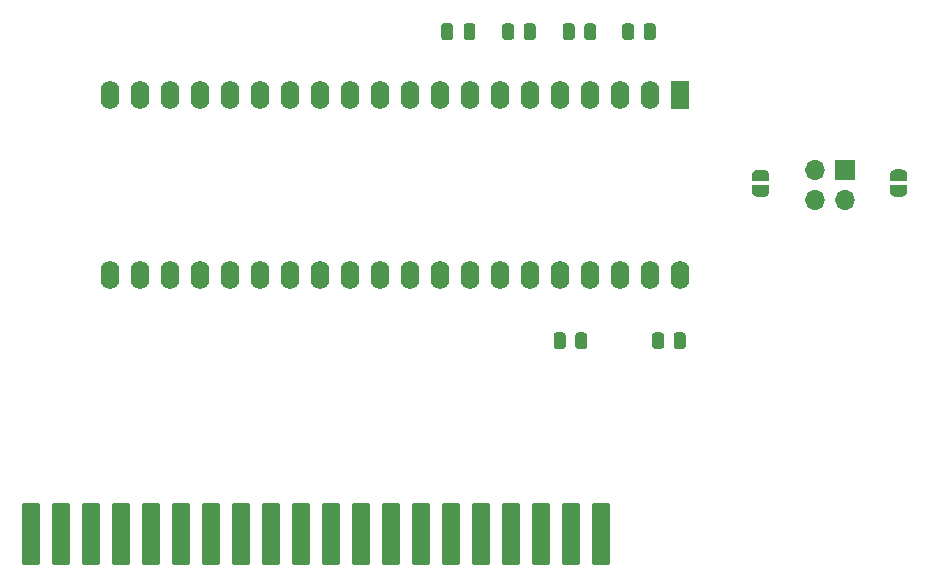
<source format=gbr>
G04 #@! TF.GenerationSoftware,KiCad,Pcbnew,(5.1.9-0-10_14)*
G04 #@! TF.CreationDate,2021-04-09T13:00:34-05:00*
G04 #@! TF.ProjectId,CPU Card,43505520-4361-4726-942e-6b696361645f,v1.0*
G04 #@! TF.SameCoordinates,Original*
G04 #@! TF.FileFunction,Soldermask,Top*
G04 #@! TF.FilePolarity,Negative*
%FSLAX46Y46*%
G04 Gerber Fmt 4.6, Leading zero omitted, Abs format (unit mm)*
G04 Created by KiCad (PCBNEW (5.1.9-0-10_14)) date 2021-04-09 13:00:34*
%MOMM*%
%LPD*%
G01*
G04 APERTURE LIST*
%ADD10R,1.600000X2.400000*%
%ADD11O,1.600000X2.400000*%
%ADD12R,1.700000X1.700000*%
%ADD13O,1.700000X1.700000*%
%ADD14C,0.100000*%
G04 APERTURE END LIST*
G36*
G01*
X152895000Y-86901000D02*
X152895000Y-87851000D01*
G75*
G02*
X152645000Y-88101000I-250000J0D01*
G01*
X152145000Y-88101000D01*
G75*
G02*
X151895000Y-87851000I0J250000D01*
G01*
X151895000Y-86901000D01*
G75*
G02*
X152145000Y-86651000I250000J0D01*
G01*
X152645000Y-86651000D01*
G75*
G02*
X152895000Y-86901000I0J-250000D01*
G01*
G37*
G36*
G01*
X150995000Y-86901000D02*
X150995000Y-87851000D01*
G75*
G02*
X150745000Y-88101000I-250000J0D01*
G01*
X150245000Y-88101000D01*
G75*
G02*
X149995000Y-87851000I0J250000D01*
G01*
X149995000Y-86901000D01*
G75*
G02*
X150245000Y-86651000I250000J0D01*
G01*
X150745000Y-86651000D01*
G75*
G02*
X150995000Y-86901000I0J-250000D01*
G01*
G37*
G36*
G01*
X115885000Y-132541600D02*
X114615000Y-132541600D01*
G75*
G02*
X114513400Y-132440000I0J101600D01*
G01*
X114513400Y-127360000D01*
G75*
G02*
X114615000Y-127258400I101600J0D01*
G01*
X115885000Y-127258400D01*
G75*
G02*
X115986600Y-127360000I0J-101600D01*
G01*
X115986600Y-132440000D01*
G75*
G02*
X115885000Y-132541600I-101600J0D01*
G01*
G37*
G36*
G01*
X118425000Y-132541600D02*
X117155000Y-132541600D01*
G75*
G02*
X117053400Y-132440000I0J101600D01*
G01*
X117053400Y-127360000D01*
G75*
G02*
X117155000Y-127258400I101600J0D01*
G01*
X118425000Y-127258400D01*
G75*
G02*
X118526600Y-127360000I0J-101600D01*
G01*
X118526600Y-132440000D01*
G75*
G02*
X118425000Y-132541600I-101600J0D01*
G01*
G37*
G36*
G01*
X120965000Y-132541600D02*
X119695000Y-132541600D01*
G75*
G02*
X119593400Y-132440000I0J101600D01*
G01*
X119593400Y-127360000D01*
G75*
G02*
X119695000Y-127258400I101600J0D01*
G01*
X120965000Y-127258400D01*
G75*
G02*
X121066600Y-127360000I0J-101600D01*
G01*
X121066600Y-132440000D01*
G75*
G02*
X120965000Y-132541600I-101600J0D01*
G01*
G37*
G36*
G01*
X123505000Y-132541600D02*
X122235000Y-132541600D01*
G75*
G02*
X122133400Y-132440000I0J101600D01*
G01*
X122133400Y-127360000D01*
G75*
G02*
X122235000Y-127258400I101600J0D01*
G01*
X123505000Y-127258400D01*
G75*
G02*
X123606600Y-127360000I0J-101600D01*
G01*
X123606600Y-132440000D01*
G75*
G02*
X123505000Y-132541600I-101600J0D01*
G01*
G37*
G36*
G01*
X126045000Y-132541600D02*
X124775000Y-132541600D01*
G75*
G02*
X124673400Y-132440000I0J101600D01*
G01*
X124673400Y-127360000D01*
G75*
G02*
X124775000Y-127258400I101600J0D01*
G01*
X126045000Y-127258400D01*
G75*
G02*
X126146600Y-127360000I0J-101600D01*
G01*
X126146600Y-132440000D01*
G75*
G02*
X126045000Y-132541600I-101600J0D01*
G01*
G37*
G36*
G01*
X128585000Y-132541600D02*
X127315000Y-132541600D01*
G75*
G02*
X127213400Y-132440000I0J101600D01*
G01*
X127213400Y-127360000D01*
G75*
G02*
X127315000Y-127258400I101600J0D01*
G01*
X128585000Y-127258400D01*
G75*
G02*
X128686600Y-127360000I0J-101600D01*
G01*
X128686600Y-132440000D01*
G75*
G02*
X128585000Y-132541600I-101600J0D01*
G01*
G37*
G36*
G01*
X131125000Y-132541600D02*
X129855000Y-132541600D01*
G75*
G02*
X129753400Y-132440000I0J101600D01*
G01*
X129753400Y-127360000D01*
G75*
G02*
X129855000Y-127258400I101600J0D01*
G01*
X131125000Y-127258400D01*
G75*
G02*
X131226600Y-127360000I0J-101600D01*
G01*
X131226600Y-132440000D01*
G75*
G02*
X131125000Y-132541600I-101600J0D01*
G01*
G37*
G36*
G01*
X133665000Y-132541600D02*
X132395000Y-132541600D01*
G75*
G02*
X132293400Y-132440000I0J101600D01*
G01*
X132293400Y-127360000D01*
G75*
G02*
X132395000Y-127258400I101600J0D01*
G01*
X133665000Y-127258400D01*
G75*
G02*
X133766600Y-127360000I0J-101600D01*
G01*
X133766600Y-132440000D01*
G75*
G02*
X133665000Y-132541600I-101600J0D01*
G01*
G37*
G36*
G01*
X136205000Y-132541600D02*
X134935000Y-132541600D01*
G75*
G02*
X134833400Y-132440000I0J101600D01*
G01*
X134833400Y-127360000D01*
G75*
G02*
X134935000Y-127258400I101600J0D01*
G01*
X136205000Y-127258400D01*
G75*
G02*
X136306600Y-127360000I0J-101600D01*
G01*
X136306600Y-132440000D01*
G75*
G02*
X136205000Y-132541600I-101600J0D01*
G01*
G37*
G36*
G01*
X138745000Y-132541600D02*
X137475000Y-132541600D01*
G75*
G02*
X137373400Y-132440000I0J101600D01*
G01*
X137373400Y-127360000D01*
G75*
G02*
X137475000Y-127258400I101600J0D01*
G01*
X138745000Y-127258400D01*
G75*
G02*
X138846600Y-127360000I0J-101600D01*
G01*
X138846600Y-132440000D01*
G75*
G02*
X138745000Y-132541600I-101600J0D01*
G01*
G37*
G36*
G01*
X141285000Y-132541600D02*
X140015000Y-132541600D01*
G75*
G02*
X139913400Y-132440000I0J101600D01*
G01*
X139913400Y-127360000D01*
G75*
G02*
X140015000Y-127258400I101600J0D01*
G01*
X141285000Y-127258400D01*
G75*
G02*
X141386600Y-127360000I0J-101600D01*
G01*
X141386600Y-132440000D01*
G75*
G02*
X141285000Y-132541600I-101600J0D01*
G01*
G37*
G36*
G01*
X143825000Y-132541600D02*
X142555000Y-132541600D01*
G75*
G02*
X142453400Y-132440000I0J101600D01*
G01*
X142453400Y-127360000D01*
G75*
G02*
X142555000Y-127258400I101600J0D01*
G01*
X143825000Y-127258400D01*
G75*
G02*
X143926600Y-127360000I0J-101600D01*
G01*
X143926600Y-132440000D01*
G75*
G02*
X143825000Y-132541600I-101600J0D01*
G01*
G37*
G36*
G01*
X146365000Y-132541600D02*
X145095000Y-132541600D01*
G75*
G02*
X144993400Y-132440000I0J101600D01*
G01*
X144993400Y-127360000D01*
G75*
G02*
X145095000Y-127258400I101600J0D01*
G01*
X146365000Y-127258400D01*
G75*
G02*
X146466600Y-127360000I0J-101600D01*
G01*
X146466600Y-132440000D01*
G75*
G02*
X146365000Y-132541600I-101600J0D01*
G01*
G37*
G36*
G01*
X148905000Y-132541600D02*
X147635000Y-132541600D01*
G75*
G02*
X147533400Y-132440000I0J101600D01*
G01*
X147533400Y-127360000D01*
G75*
G02*
X147635000Y-127258400I101600J0D01*
G01*
X148905000Y-127258400D01*
G75*
G02*
X149006600Y-127360000I0J-101600D01*
G01*
X149006600Y-132440000D01*
G75*
G02*
X148905000Y-132541600I-101600J0D01*
G01*
G37*
G36*
G01*
X151445000Y-132541600D02*
X150175000Y-132541600D01*
G75*
G02*
X150073400Y-132440000I0J101600D01*
G01*
X150073400Y-127360000D01*
G75*
G02*
X150175000Y-127258400I101600J0D01*
G01*
X151445000Y-127258400D01*
G75*
G02*
X151546600Y-127360000I0J-101600D01*
G01*
X151546600Y-132440000D01*
G75*
G02*
X151445000Y-132541600I-101600J0D01*
G01*
G37*
G36*
G01*
X153985000Y-132541600D02*
X152715000Y-132541600D01*
G75*
G02*
X152613400Y-132440000I0J101600D01*
G01*
X152613400Y-127360000D01*
G75*
G02*
X152715000Y-127258400I101600J0D01*
G01*
X153985000Y-127258400D01*
G75*
G02*
X154086600Y-127360000I0J-101600D01*
G01*
X154086600Y-132440000D01*
G75*
G02*
X153985000Y-132541600I-101600J0D01*
G01*
G37*
G36*
G01*
X156525000Y-132541600D02*
X155255000Y-132541600D01*
G75*
G02*
X155153400Y-132440000I0J101600D01*
G01*
X155153400Y-127360000D01*
G75*
G02*
X155255000Y-127258400I101600J0D01*
G01*
X156525000Y-127258400D01*
G75*
G02*
X156626600Y-127360000I0J-101600D01*
G01*
X156626600Y-132440000D01*
G75*
G02*
X156525000Y-132541600I-101600J0D01*
G01*
G37*
G36*
G01*
X159065000Y-132541600D02*
X157795000Y-132541600D01*
G75*
G02*
X157693400Y-132440000I0J101600D01*
G01*
X157693400Y-127360000D01*
G75*
G02*
X157795000Y-127258400I101600J0D01*
G01*
X159065000Y-127258400D01*
G75*
G02*
X159166600Y-127360000I0J-101600D01*
G01*
X159166600Y-132440000D01*
G75*
G02*
X159065000Y-132541600I-101600J0D01*
G01*
G37*
G36*
G01*
X161605000Y-132541600D02*
X160335000Y-132541600D01*
G75*
G02*
X160233400Y-132440000I0J101600D01*
G01*
X160233400Y-127360000D01*
G75*
G02*
X160335000Y-127258400I101600J0D01*
G01*
X161605000Y-127258400D01*
G75*
G02*
X161706600Y-127360000I0J-101600D01*
G01*
X161706600Y-132440000D01*
G75*
G02*
X161605000Y-132541600I-101600J0D01*
G01*
G37*
G36*
G01*
X164145000Y-132541600D02*
X162875000Y-132541600D01*
G75*
G02*
X162773400Y-132440000I0J101600D01*
G01*
X162773400Y-127360000D01*
G75*
G02*
X162875000Y-127258400I101600J0D01*
G01*
X164145000Y-127258400D01*
G75*
G02*
X164246600Y-127360000I0J-101600D01*
G01*
X164246600Y-132440000D01*
G75*
G02*
X164145000Y-132541600I-101600J0D01*
G01*
G37*
D10*
X170180000Y-92710000D03*
D11*
X121920000Y-107950000D03*
X167640000Y-92710000D03*
X124460000Y-107950000D03*
X165100000Y-92710000D03*
X127000000Y-107950000D03*
X162560000Y-92710000D03*
X129540000Y-107950000D03*
X160020000Y-92710000D03*
X132080000Y-107950000D03*
X157480000Y-92710000D03*
X134620000Y-107950000D03*
X154940000Y-92710000D03*
X137160000Y-107950000D03*
X152400000Y-92710000D03*
X139700000Y-107950000D03*
X149860000Y-92710000D03*
X142240000Y-107950000D03*
X147320000Y-92710000D03*
X144780000Y-107950000D03*
X144780000Y-92710000D03*
X147320000Y-107950000D03*
X142240000Y-92710000D03*
X149860000Y-107950000D03*
X139700000Y-92710000D03*
X152400000Y-107950000D03*
X137160000Y-92710000D03*
X154940000Y-107950000D03*
X134620000Y-92710000D03*
X157480000Y-107950000D03*
X132080000Y-92710000D03*
X160020000Y-107950000D03*
X129540000Y-92710000D03*
X162560000Y-107950000D03*
X127000000Y-92710000D03*
X165100000Y-107950000D03*
X124460000Y-92710000D03*
X167640000Y-107950000D03*
X121920000Y-92710000D03*
X170180000Y-107950000D03*
D12*
X184150000Y-99060000D03*
D13*
X184150000Y-101600000D03*
X181610000Y-99060000D03*
X181610000Y-101600000D03*
G36*
G01*
X170692500Y-113087999D02*
X170692500Y-113988001D01*
G75*
G02*
X170442501Y-114238000I-249999J0D01*
G01*
X169917499Y-114238000D01*
G75*
G02*
X169667500Y-113988001I0J249999D01*
G01*
X169667500Y-113087999D01*
G75*
G02*
X169917499Y-112838000I249999J0D01*
G01*
X170442501Y-112838000D01*
G75*
G02*
X170692500Y-113087999I0J-249999D01*
G01*
G37*
G36*
G01*
X168867500Y-113087999D02*
X168867500Y-113988001D01*
G75*
G02*
X168617501Y-114238000I-249999J0D01*
G01*
X168092499Y-114238000D01*
G75*
G02*
X167842500Y-113988001I0J249999D01*
G01*
X167842500Y-113087999D01*
G75*
G02*
X168092499Y-112838000I249999J0D01*
G01*
X168617501Y-112838000D01*
G75*
G02*
X168867500Y-113087999I0J-249999D01*
G01*
G37*
G36*
G01*
X166327500Y-86925999D02*
X166327500Y-87826001D01*
G75*
G02*
X166077501Y-88076000I-249999J0D01*
G01*
X165552499Y-88076000D01*
G75*
G02*
X165302500Y-87826001I0J249999D01*
G01*
X165302500Y-86925999D01*
G75*
G02*
X165552499Y-86676000I249999J0D01*
G01*
X166077501Y-86676000D01*
G75*
G02*
X166327500Y-86925999I0J-249999D01*
G01*
G37*
G36*
G01*
X168152500Y-86925999D02*
X168152500Y-87826001D01*
G75*
G02*
X167902501Y-88076000I-249999J0D01*
G01*
X167377499Y-88076000D01*
G75*
G02*
X167127500Y-87826001I0J249999D01*
G01*
X167127500Y-86925999D01*
G75*
G02*
X167377499Y-86676000I249999J0D01*
G01*
X167902501Y-86676000D01*
G75*
G02*
X168152500Y-86925999I0J-249999D01*
G01*
G37*
G36*
G01*
X163119500Y-86925999D02*
X163119500Y-87826001D01*
G75*
G02*
X162869501Y-88076000I-249999J0D01*
G01*
X162344499Y-88076000D01*
G75*
G02*
X162094500Y-87826001I0J249999D01*
G01*
X162094500Y-86925999D01*
G75*
G02*
X162344499Y-86676000I249999J0D01*
G01*
X162869501Y-86676000D01*
G75*
G02*
X163119500Y-86925999I0J-249999D01*
G01*
G37*
G36*
G01*
X161294500Y-86925999D02*
X161294500Y-87826001D01*
G75*
G02*
X161044501Y-88076000I-249999J0D01*
G01*
X160519499Y-88076000D01*
G75*
G02*
X160269500Y-87826001I0J249999D01*
G01*
X160269500Y-86925999D01*
G75*
G02*
X160519499Y-86676000I249999J0D01*
G01*
X161044501Y-86676000D01*
G75*
G02*
X161294500Y-86925999I0J-249999D01*
G01*
G37*
G36*
G01*
X156167500Y-86925999D02*
X156167500Y-87826001D01*
G75*
G02*
X155917501Y-88076000I-249999J0D01*
G01*
X155392499Y-88076000D01*
G75*
G02*
X155142500Y-87826001I0J249999D01*
G01*
X155142500Y-86925999D01*
G75*
G02*
X155392499Y-86676000I249999J0D01*
G01*
X155917501Y-86676000D01*
G75*
G02*
X156167500Y-86925999I0J-249999D01*
G01*
G37*
G36*
G01*
X157992500Y-86925999D02*
X157992500Y-87826001D01*
G75*
G02*
X157742501Y-88076000I-249999J0D01*
G01*
X157217499Y-88076000D01*
G75*
G02*
X156967500Y-87826001I0J249999D01*
G01*
X156967500Y-86925999D01*
G75*
G02*
X157217499Y-86676000I249999J0D01*
G01*
X157742501Y-86676000D01*
G75*
G02*
X157992500Y-86925999I0J-249999D01*
G01*
G37*
G36*
G01*
X159507500Y-113988001D02*
X159507500Y-113087999D01*
G75*
G02*
X159757499Y-112838000I249999J0D01*
G01*
X160282501Y-112838000D01*
G75*
G02*
X160532500Y-113087999I0J-249999D01*
G01*
X160532500Y-113988001D01*
G75*
G02*
X160282501Y-114238000I-249999J0D01*
G01*
X159757499Y-114238000D01*
G75*
G02*
X159507500Y-113988001I0J249999D01*
G01*
G37*
G36*
G01*
X161332500Y-113988001D02*
X161332500Y-113087999D01*
G75*
G02*
X161582499Y-112838000I249999J0D01*
G01*
X162107501Y-112838000D01*
G75*
G02*
X162357500Y-113087999I0J-249999D01*
G01*
X162357500Y-113988001D01*
G75*
G02*
X162107501Y-114238000I-249999J0D01*
G01*
X161582499Y-114238000D01*
G75*
G02*
X161332500Y-113988001I0J249999D01*
G01*
G37*
D14*
G36*
X189471398Y-100838000D02*
G01*
X189471398Y-100862534D01*
X189466588Y-100911365D01*
X189457016Y-100959490D01*
X189442772Y-101006445D01*
X189423995Y-101051778D01*
X189400864Y-101095051D01*
X189373604Y-101135850D01*
X189342476Y-101173779D01*
X189307779Y-101208476D01*
X189269850Y-101239604D01*
X189229051Y-101266864D01*
X189185778Y-101289995D01*
X189140445Y-101308772D01*
X189093490Y-101323016D01*
X189045365Y-101332588D01*
X188996534Y-101337398D01*
X188972000Y-101337398D01*
X188972000Y-101338000D01*
X188472000Y-101338000D01*
X188472000Y-101337398D01*
X188447466Y-101337398D01*
X188398635Y-101332588D01*
X188350510Y-101323016D01*
X188303555Y-101308772D01*
X188258222Y-101289995D01*
X188214949Y-101266864D01*
X188174150Y-101239604D01*
X188136221Y-101208476D01*
X188101524Y-101173779D01*
X188070396Y-101135850D01*
X188043136Y-101095051D01*
X188020005Y-101051778D01*
X188001228Y-101006445D01*
X187986984Y-100959490D01*
X187977412Y-100911365D01*
X187972602Y-100862534D01*
X187972602Y-100838000D01*
X187972000Y-100838000D01*
X187972000Y-100338000D01*
X189472000Y-100338000D01*
X189472000Y-100838000D01*
X189471398Y-100838000D01*
G37*
G36*
X187972000Y-100038000D02*
G01*
X187972000Y-99538000D01*
X187972602Y-99538000D01*
X187972602Y-99513466D01*
X187977412Y-99464635D01*
X187986984Y-99416510D01*
X188001228Y-99369555D01*
X188020005Y-99324222D01*
X188043136Y-99280949D01*
X188070396Y-99240150D01*
X188101524Y-99202221D01*
X188136221Y-99167524D01*
X188174150Y-99136396D01*
X188214949Y-99109136D01*
X188258222Y-99086005D01*
X188303555Y-99067228D01*
X188350510Y-99052984D01*
X188398635Y-99043412D01*
X188447466Y-99038602D01*
X188472000Y-99038602D01*
X188472000Y-99038000D01*
X188972000Y-99038000D01*
X188972000Y-99038602D01*
X188996534Y-99038602D01*
X189045365Y-99043412D01*
X189093490Y-99052984D01*
X189140445Y-99067228D01*
X189185778Y-99086005D01*
X189229051Y-99109136D01*
X189269850Y-99136396D01*
X189307779Y-99167524D01*
X189342476Y-99202221D01*
X189373604Y-99240150D01*
X189400864Y-99280949D01*
X189423995Y-99324222D01*
X189442772Y-99369555D01*
X189457016Y-99416510D01*
X189466588Y-99464635D01*
X189471398Y-99513466D01*
X189471398Y-99538000D01*
X189472000Y-99538000D01*
X189472000Y-100038000D01*
X187972000Y-100038000D01*
G37*
G36*
X176288000Y-100053000D02*
G01*
X176288000Y-99553000D01*
X176288602Y-99553000D01*
X176288602Y-99528466D01*
X176293412Y-99479635D01*
X176302984Y-99431510D01*
X176317228Y-99384555D01*
X176336005Y-99339222D01*
X176359136Y-99295949D01*
X176386396Y-99255150D01*
X176417524Y-99217221D01*
X176452221Y-99182524D01*
X176490150Y-99151396D01*
X176530949Y-99124136D01*
X176574222Y-99101005D01*
X176619555Y-99082228D01*
X176666510Y-99067984D01*
X176714635Y-99058412D01*
X176763466Y-99053602D01*
X176788000Y-99053602D01*
X176788000Y-99053000D01*
X177288000Y-99053000D01*
X177288000Y-99053602D01*
X177312534Y-99053602D01*
X177361365Y-99058412D01*
X177409490Y-99067984D01*
X177456445Y-99082228D01*
X177501778Y-99101005D01*
X177545051Y-99124136D01*
X177585850Y-99151396D01*
X177623779Y-99182524D01*
X177658476Y-99217221D01*
X177689604Y-99255150D01*
X177716864Y-99295949D01*
X177739995Y-99339222D01*
X177758772Y-99384555D01*
X177773016Y-99431510D01*
X177782588Y-99479635D01*
X177787398Y-99528466D01*
X177787398Y-99553000D01*
X177788000Y-99553000D01*
X177788000Y-100053000D01*
X176288000Y-100053000D01*
G37*
G36*
X177787398Y-100853000D02*
G01*
X177787398Y-100877534D01*
X177782588Y-100926365D01*
X177773016Y-100974490D01*
X177758772Y-101021445D01*
X177739995Y-101066778D01*
X177716864Y-101110051D01*
X177689604Y-101150850D01*
X177658476Y-101188779D01*
X177623779Y-101223476D01*
X177585850Y-101254604D01*
X177545051Y-101281864D01*
X177501778Y-101304995D01*
X177456445Y-101323772D01*
X177409490Y-101338016D01*
X177361365Y-101347588D01*
X177312534Y-101352398D01*
X177288000Y-101352398D01*
X177288000Y-101353000D01*
X176788000Y-101353000D01*
X176788000Y-101352398D01*
X176763466Y-101352398D01*
X176714635Y-101347588D01*
X176666510Y-101338016D01*
X176619555Y-101323772D01*
X176574222Y-101304995D01*
X176530949Y-101281864D01*
X176490150Y-101254604D01*
X176452221Y-101223476D01*
X176417524Y-101188779D01*
X176386396Y-101150850D01*
X176359136Y-101110051D01*
X176336005Y-101066778D01*
X176317228Y-101021445D01*
X176302984Y-100974490D01*
X176293412Y-100926365D01*
X176288602Y-100877534D01*
X176288602Y-100853000D01*
X176288000Y-100853000D01*
X176288000Y-100353000D01*
X177788000Y-100353000D01*
X177788000Y-100853000D01*
X177787398Y-100853000D01*
G37*
M02*

</source>
